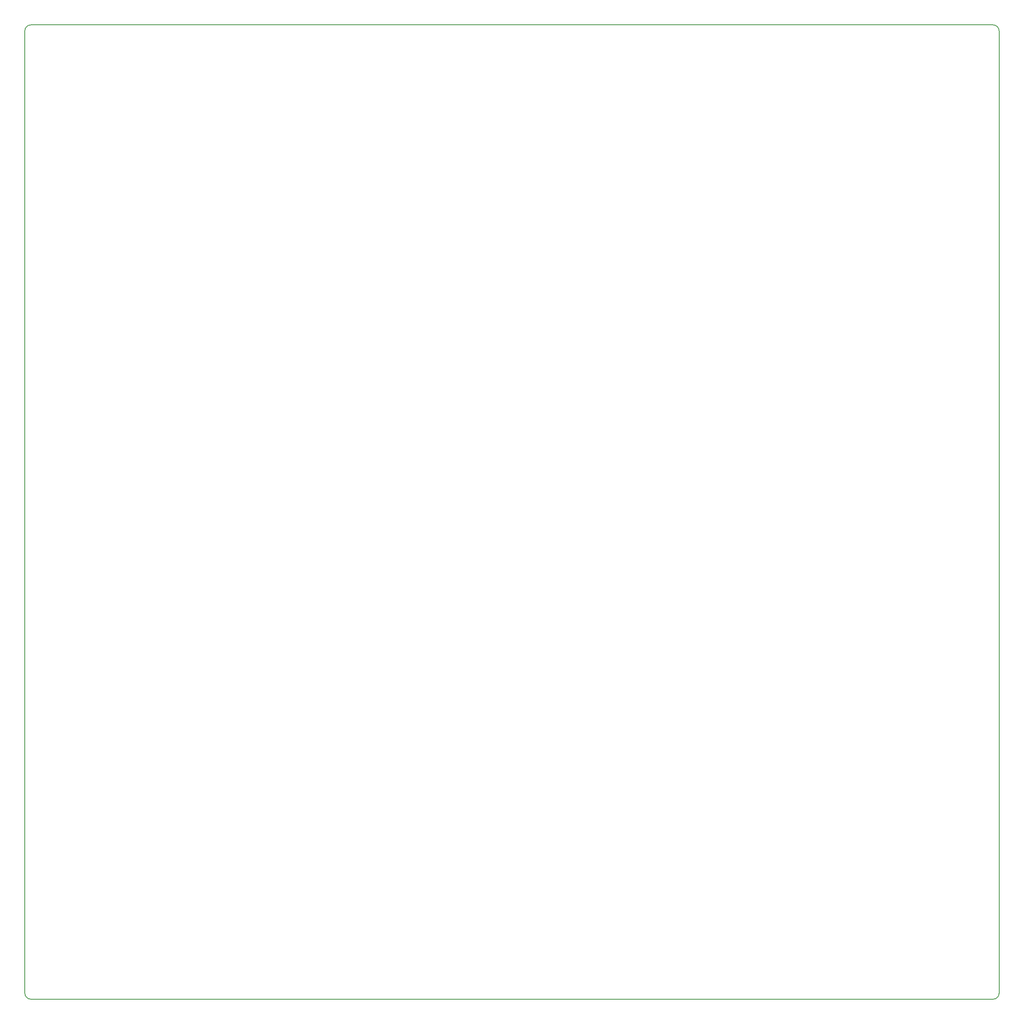
<source format=gm1>
G04 Layer_Color=16711935*
%FSLAX25Y25*%
%MOIN*%
G70*
G01*
G75*
%ADD17C,0.00787*%
D17*
X-413386Y-408386D02*
G03*
X-408386Y-413386I5000J0D01*
G01*
Y413386D02*
G03*
X-413386Y408386I0J-5000D01*
G01*
X413386D02*
G03*
X408386Y413386I-5000J0D01*
G01*
Y-413386D02*
G03*
X413386Y-408386I0J5000D01*
G01*
Y408386D01*
X-408386Y413386D02*
X408386D01*
X-413386Y-408386D02*
Y408386D01*
X-408386Y-413386D02*
X408386D01*
M02*

</source>
